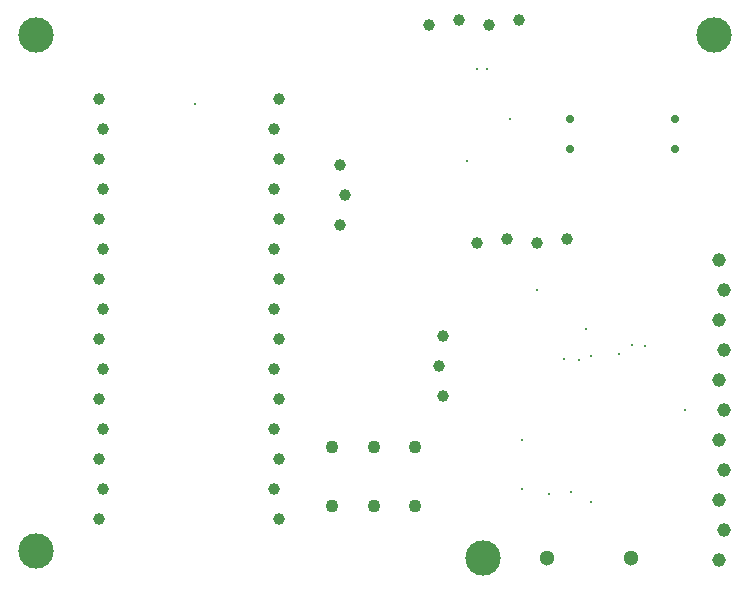
<source format=gbr>
%TF.GenerationSoftware,Altium Limited,Altium Designer,24.0.1 (36)*%
G04 Layer_Color=0*
%FSLAX45Y45*%
%MOMM*%
%TF.SameCoordinates,87475131-42DB-44E4-9C0F-69BDD36FC7AA*%
%TF.FilePolarity,Positive*%
%TF.FileFunction,Plated,1,2,PTH,Drill*%
%TF.Part,Single*%
G01*
G75*
%TA.AperFunction,ComponentDrill*%
%ADD67C,1.00000*%
%ADD68C,1.00000*%
%ADD69C,3.00000*%
%ADD70C,1.30000*%
%ADD71C,1.15000*%
%ADD72C,0.70000*%
%ADD73C,1.10000*%
%TA.AperFunction,ViaDrill,NotFilled*%
%ADD74C,0.30000*%
D67*
X3693500Y1603200D02*
D03*
X3653500Y1857200D02*
D03*
X3693500Y2111200D02*
D03*
X2817500Y3048000D02*
D03*
X2857500Y3302000D02*
D03*
X2817500Y3556000D02*
D03*
D68*
X3569500Y4746200D02*
D03*
X4331500Y4786200D02*
D03*
X4077500Y4746200D02*
D03*
X3823500Y4786200D02*
D03*
X3975100Y2893700D02*
D03*
X4737100Y2933700D02*
D03*
X4483100Y2893700D02*
D03*
X4229100Y2933700D02*
D03*
X2298700Y4114800D02*
D03*
X2258700Y3860800D02*
D03*
X2298700Y3606800D02*
D03*
X2258700Y3352800D02*
D03*
X2298700Y3098800D02*
D03*
X2258700Y2844800D02*
D03*
X2298700Y2590800D02*
D03*
X2258700Y2336800D02*
D03*
X2298700Y2082800D02*
D03*
X2258700Y1828800D02*
D03*
X2298700Y1574800D02*
D03*
X2258700Y1320800D02*
D03*
X2298700Y1066800D02*
D03*
X2258700Y812800D02*
D03*
X2298700Y558800D02*
D03*
X774700D02*
D03*
X814700Y812800D02*
D03*
X774700Y1066800D02*
D03*
X814700Y1320800D02*
D03*
X774700Y1574800D02*
D03*
X814700Y1828800D02*
D03*
X774700Y2082800D02*
D03*
X814700Y2336800D02*
D03*
X774700Y2590800D02*
D03*
X814700Y2844800D02*
D03*
X774700Y3098800D02*
D03*
X814700Y3352800D02*
D03*
X774700Y3606800D02*
D03*
X814700Y3860800D02*
D03*
X774700Y4114800D02*
D03*
D69*
X4025900Y228600D02*
D03*
X241300Y292100D02*
D03*
Y4660900D02*
D03*
X5981700D02*
D03*
D70*
X4570100Y226500D02*
D03*
X5285100D02*
D03*
D71*
X6070600Y469900D02*
D03*
Y977900D02*
D03*
Y1485900D02*
D03*
X6030600Y2247900D02*
D03*
Y2755900D02*
D03*
Y215900D02*
D03*
Y723900D02*
D03*
Y1231900D02*
D03*
Y1739900D02*
D03*
X6070600Y1993900D02*
D03*
Y2501900D02*
D03*
D72*
X4762500Y3695700D02*
D03*
Y3949700D02*
D03*
X5658353Y3695699D02*
D03*
Y3949699D02*
D03*
D73*
X2754400Y1168400D02*
D03*
Y668400D02*
D03*
X3104400Y1168400D02*
D03*
Y668400D02*
D03*
X3454400Y1168400D02*
D03*
Y668400D02*
D03*
D74*
X5399685Y2021485D02*
D03*
X5293956Y2030930D02*
D03*
X3974968Y4368668D02*
D03*
X4064000Y4368800D02*
D03*
X4254500Y3949700D02*
D03*
X3893527Y3588727D02*
D03*
X5180526Y1954726D02*
D03*
X4838700Y1905000D02*
D03*
X4940300Y1943100D02*
D03*
X4902200Y2171700D02*
D03*
X4711700Y1917700D02*
D03*
X4483100Y2501900D02*
D03*
X5740400Y1485900D02*
D03*
X4356100Y1231900D02*
D03*
Y812800D02*
D03*
X4584700Y774700D02*
D03*
X4946500Y705000D02*
D03*
X4775200Y787400D02*
D03*
X1587500Y4076700D02*
D03*
%TF.MD5,1b2b58463fa3f66dab9e75799209e8f4*%
M02*

</source>
